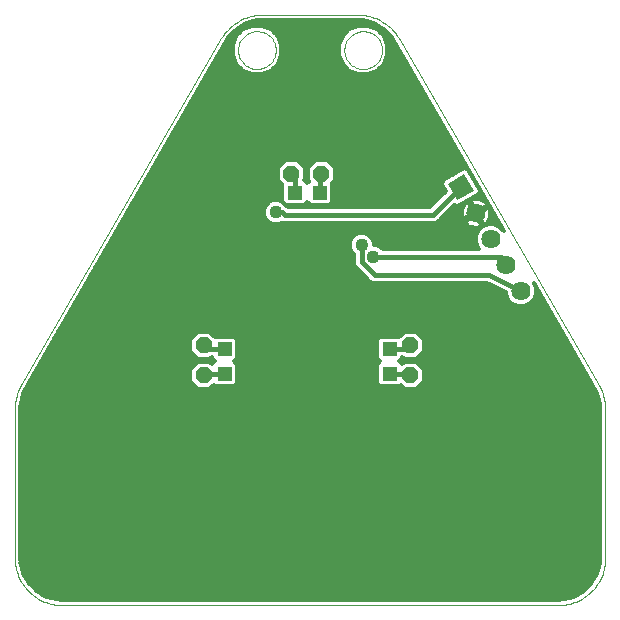
<source format=gtl>
G75*
G70*
%OFA0B0*%
%FSLAX24Y24*%
%IPPOS*%
%LPD*%
%AMOC8*
5,1,8,0,0,1.08239X$1,22.5*
%
%ADD10C,0.0000*%
%ADD11OC8,0.0560*%
%ADD12R,0.0640X0.0640*%
%ADD13C,0.0640*%
%ADD14R,0.0472X0.0472*%
%ADD15C,0.0120*%
%ADD16C,0.0160*%
%ADD17C,0.0436*%
D10*
X001736Y000161D02*
X018271Y000161D01*
X018348Y000163D01*
X018425Y000169D01*
X018502Y000178D01*
X018578Y000191D01*
X018654Y000208D01*
X018728Y000229D01*
X018802Y000253D01*
X018874Y000281D01*
X018944Y000312D01*
X019013Y000347D01*
X019081Y000385D01*
X019146Y000426D01*
X019209Y000471D01*
X019270Y000519D01*
X019329Y000569D01*
X019385Y000622D01*
X019438Y000678D01*
X019488Y000737D01*
X019536Y000798D01*
X019581Y000861D01*
X019622Y000926D01*
X019660Y000994D01*
X019695Y001063D01*
X019726Y001133D01*
X019754Y001205D01*
X019778Y001279D01*
X019799Y001353D01*
X019816Y001429D01*
X019829Y001505D01*
X019838Y001582D01*
X019844Y001659D01*
X019846Y001736D01*
X019846Y006703D01*
X019635Y007491D02*
X012956Y019059D01*
X011145Y018665D02*
X011147Y018715D01*
X011153Y018765D01*
X011163Y018814D01*
X011177Y018862D01*
X011194Y018909D01*
X011215Y018954D01*
X011240Y018998D01*
X011268Y019039D01*
X011300Y019078D01*
X011334Y019115D01*
X011371Y019149D01*
X011411Y019179D01*
X011453Y019206D01*
X011497Y019230D01*
X011543Y019251D01*
X011590Y019267D01*
X011638Y019280D01*
X011688Y019289D01*
X011737Y019294D01*
X011788Y019295D01*
X011838Y019292D01*
X011887Y019285D01*
X011936Y019274D01*
X011984Y019259D01*
X012030Y019241D01*
X012075Y019219D01*
X012118Y019193D01*
X012159Y019164D01*
X012198Y019132D01*
X012234Y019097D01*
X012266Y019059D01*
X012296Y019019D01*
X012323Y018976D01*
X012346Y018932D01*
X012365Y018886D01*
X012381Y018838D01*
X012393Y018789D01*
X012401Y018740D01*
X012405Y018690D01*
X012405Y018640D01*
X012401Y018590D01*
X012393Y018541D01*
X012381Y018492D01*
X012365Y018444D01*
X012346Y018398D01*
X012323Y018354D01*
X012296Y018311D01*
X012266Y018271D01*
X012234Y018233D01*
X012198Y018198D01*
X012159Y018166D01*
X012118Y018137D01*
X012075Y018111D01*
X012030Y018089D01*
X011984Y018071D01*
X011936Y018056D01*
X011887Y018045D01*
X011838Y018038D01*
X011788Y018035D01*
X011737Y018036D01*
X011688Y018041D01*
X011638Y018050D01*
X011590Y018063D01*
X011543Y018079D01*
X011497Y018100D01*
X011453Y018124D01*
X011411Y018151D01*
X011371Y018181D01*
X011334Y018215D01*
X011300Y018252D01*
X011268Y018291D01*
X011240Y018332D01*
X011215Y018376D01*
X011194Y018421D01*
X011177Y018468D01*
X011163Y018516D01*
X011153Y018565D01*
X011147Y018615D01*
X011145Y018665D01*
X011593Y019846D02*
X011672Y019844D01*
X011750Y019838D01*
X011828Y019828D01*
X011905Y019815D01*
X011982Y019797D01*
X012057Y019776D01*
X012132Y019751D01*
X012205Y019722D01*
X012276Y019690D01*
X012346Y019654D01*
X012414Y019615D01*
X012480Y019572D01*
X012544Y019526D01*
X012605Y019478D01*
X012664Y019426D01*
X012720Y019371D01*
X012774Y019313D01*
X012824Y019253D01*
X012872Y019190D01*
X012916Y019126D01*
X012957Y019059D01*
X011593Y019846D02*
X008415Y019846D01*
X007051Y019059D02*
X000372Y007491D01*
X000161Y006703D02*
X000161Y001736D01*
X000163Y001659D01*
X000169Y001582D01*
X000178Y001505D01*
X000191Y001429D01*
X000208Y001353D01*
X000229Y001279D01*
X000253Y001205D01*
X000281Y001133D01*
X000312Y001063D01*
X000347Y000994D01*
X000385Y000926D01*
X000426Y000861D01*
X000471Y000798D01*
X000519Y000737D01*
X000569Y000678D01*
X000622Y000622D01*
X000678Y000569D01*
X000737Y000519D01*
X000798Y000471D01*
X000861Y000426D01*
X000926Y000385D01*
X000994Y000347D01*
X001063Y000312D01*
X001133Y000281D01*
X001205Y000253D01*
X001279Y000229D01*
X001353Y000208D01*
X001429Y000191D01*
X001505Y000178D01*
X001582Y000169D01*
X001659Y000163D01*
X001736Y000161D01*
X000161Y006703D02*
X000163Y006778D01*
X000168Y006853D01*
X000177Y006927D01*
X000189Y007001D01*
X000205Y007074D01*
X000225Y007147D01*
X000248Y007218D01*
X000274Y007288D01*
X000303Y007357D01*
X000336Y007425D01*
X000372Y007491D01*
X007051Y019059D02*
X007092Y019126D01*
X007136Y019190D01*
X007184Y019253D01*
X007234Y019313D01*
X007288Y019371D01*
X007344Y019426D01*
X007403Y019478D01*
X007464Y019526D01*
X007528Y019572D01*
X007594Y019615D01*
X007662Y019654D01*
X007732Y019690D01*
X007803Y019722D01*
X007876Y019751D01*
X007951Y019776D01*
X008026Y019797D01*
X008103Y019815D01*
X008180Y019828D01*
X008258Y019838D01*
X008336Y019844D01*
X008415Y019846D01*
X007602Y018665D02*
X007604Y018715D01*
X007610Y018765D01*
X007620Y018814D01*
X007634Y018862D01*
X007651Y018909D01*
X007672Y018954D01*
X007697Y018998D01*
X007725Y019039D01*
X007757Y019078D01*
X007791Y019115D01*
X007828Y019149D01*
X007868Y019179D01*
X007910Y019206D01*
X007954Y019230D01*
X008000Y019251D01*
X008047Y019267D01*
X008095Y019280D01*
X008145Y019289D01*
X008194Y019294D01*
X008245Y019295D01*
X008295Y019292D01*
X008344Y019285D01*
X008393Y019274D01*
X008441Y019259D01*
X008487Y019241D01*
X008532Y019219D01*
X008575Y019193D01*
X008616Y019164D01*
X008655Y019132D01*
X008691Y019097D01*
X008723Y019059D01*
X008753Y019019D01*
X008780Y018976D01*
X008803Y018932D01*
X008822Y018886D01*
X008838Y018838D01*
X008850Y018789D01*
X008858Y018740D01*
X008862Y018690D01*
X008862Y018640D01*
X008858Y018590D01*
X008850Y018541D01*
X008838Y018492D01*
X008822Y018444D01*
X008803Y018398D01*
X008780Y018354D01*
X008753Y018311D01*
X008723Y018271D01*
X008691Y018233D01*
X008655Y018198D01*
X008616Y018166D01*
X008575Y018137D01*
X008532Y018111D01*
X008487Y018089D01*
X008441Y018071D01*
X008393Y018056D01*
X008344Y018045D01*
X008295Y018038D01*
X008245Y018035D01*
X008194Y018036D01*
X008145Y018041D01*
X008095Y018050D01*
X008047Y018063D01*
X008000Y018079D01*
X007954Y018100D01*
X007910Y018124D01*
X007868Y018151D01*
X007828Y018181D01*
X007791Y018215D01*
X007757Y018252D01*
X007725Y018291D01*
X007697Y018332D01*
X007672Y018376D01*
X007651Y018421D01*
X007634Y018468D01*
X007620Y018516D01*
X007610Y018565D01*
X007604Y018615D01*
X007602Y018665D01*
X019635Y007491D02*
X019671Y007425D01*
X019704Y007357D01*
X019733Y007288D01*
X019759Y007218D01*
X019782Y007147D01*
X019802Y007074D01*
X019818Y007001D01*
X019830Y006927D01*
X019839Y006853D01*
X019844Y006778D01*
X019846Y006703D01*
D11*
X013350Y007823D03*
X013350Y008823D03*
X006460Y008823D03*
X006460Y007823D03*
X009379Y014541D03*
X010379Y014541D03*
D12*
G36*
X014915Y013652D02*
X014595Y014206D01*
X015149Y014526D01*
X015469Y013972D01*
X014915Y013652D01*
G37*
D13*
X015532Y013223D03*
X016032Y012357D03*
X016532Y011491D03*
X017032Y010625D03*
D14*
X012661Y008700D03*
X012661Y007873D03*
X007161Y007873D03*
X007161Y008700D03*
X009498Y013911D03*
X010325Y013911D03*
D15*
X019245Y000754D02*
X000762Y000754D01*
X000644Y000873D02*
X019364Y000873D01*
X019378Y000887D02*
X019121Y000629D01*
X018805Y000447D01*
X018454Y000353D01*
X018271Y000341D01*
X001736Y000341D01*
X001554Y000353D01*
X001202Y000447D01*
X000887Y000629D01*
X000887Y000629D01*
X000629Y000887D01*
X000447Y001202D01*
X000353Y001554D01*
X000341Y001736D01*
X000341Y001811D01*
X000341Y006629D01*
X000341Y006703D01*
X000353Y006885D01*
X000447Y007237D01*
X000528Y007401D01*
X000565Y007465D01*
X000565Y007465D01*
X007170Y018904D01*
X007207Y018969D01*
X007308Y019121D01*
X007566Y019378D01*
X007881Y019560D01*
X008233Y019654D01*
X008415Y019666D01*
X008489Y019666D01*
X011518Y019666D01*
X011593Y019666D01*
X011775Y019654D01*
X012126Y019560D01*
X012442Y019378D01*
X012699Y019121D01*
X012801Y018969D01*
X012838Y018904D01*
X016452Y012645D01*
X016316Y012781D01*
X016132Y012857D01*
X015933Y012857D01*
X015749Y012781D01*
X015608Y012640D01*
X015532Y012457D01*
X015532Y012258D01*
X015608Y012074D01*
X015647Y012035D01*
X012419Y012035D01*
X012341Y012113D01*
X012195Y012174D01*
X012120Y012174D01*
X012120Y012248D01*
X012060Y012395D01*
X011948Y012507D01*
X011801Y012567D01*
X011643Y012567D01*
X011497Y012507D01*
X011385Y012395D01*
X011324Y012248D01*
X011324Y012090D01*
X011385Y011944D01*
X011462Y011866D01*
X011462Y011652D01*
X011462Y011549D01*
X011502Y011453D01*
X011941Y011014D01*
X012014Y010941D01*
X012110Y010901D01*
X015916Y010901D01*
X016532Y010588D01*
X016532Y010526D01*
X016608Y010342D01*
X016749Y010201D01*
X016933Y010125D01*
X017132Y010125D01*
X017316Y010201D01*
X017456Y010342D01*
X017532Y010526D01*
X017532Y010724D01*
X017461Y010897D01*
X019442Y007465D01*
X019479Y007401D01*
X019560Y007237D01*
X019654Y006885D01*
X019666Y006703D01*
X019666Y006629D01*
X019666Y001811D01*
X019666Y001736D01*
X019654Y001554D01*
X019560Y001202D01*
X019378Y000887D01*
X019438Y000991D02*
X000569Y000991D01*
X000501Y001110D02*
X019507Y001110D01*
X019567Y001228D02*
X000440Y001228D01*
X000409Y001347D02*
X019599Y001347D01*
X019631Y001465D02*
X000377Y001465D01*
X000351Y001584D02*
X019656Y001584D01*
X019664Y001702D02*
X000343Y001702D01*
X000341Y001821D02*
X019666Y001821D01*
X019666Y001939D02*
X000341Y001939D01*
X000341Y002058D02*
X019666Y002058D01*
X019666Y002176D02*
X000341Y002176D01*
X000341Y002295D02*
X019666Y002295D01*
X019666Y002414D02*
X000341Y002414D01*
X000341Y002532D02*
X019666Y002532D01*
X019666Y002651D02*
X000341Y002651D01*
X000341Y002769D02*
X019666Y002769D01*
X019666Y002888D02*
X000341Y002888D01*
X000341Y003006D02*
X019666Y003006D01*
X019666Y003125D02*
X000341Y003125D01*
X000341Y003243D02*
X019666Y003243D01*
X019666Y003362D02*
X000341Y003362D01*
X000341Y003480D02*
X019666Y003480D01*
X019666Y003599D02*
X000341Y003599D01*
X000341Y003718D02*
X019666Y003718D01*
X019666Y003836D02*
X000341Y003836D01*
X000341Y003955D02*
X019666Y003955D01*
X019666Y004073D02*
X000341Y004073D01*
X000341Y004192D02*
X019666Y004192D01*
X019666Y004310D02*
X000341Y004310D01*
X000341Y004429D02*
X019666Y004429D01*
X019666Y004547D02*
X000341Y004547D01*
X000341Y004666D02*
X019666Y004666D01*
X019666Y004784D02*
X000341Y004784D01*
X000341Y004903D02*
X019666Y004903D01*
X019666Y005022D02*
X000341Y005022D01*
X000341Y005140D02*
X019666Y005140D01*
X019666Y005259D02*
X000341Y005259D01*
X000341Y005377D02*
X019666Y005377D01*
X019666Y005496D02*
X000341Y005496D01*
X000341Y005614D02*
X019666Y005614D01*
X019666Y005733D02*
X000341Y005733D01*
X000341Y005851D02*
X019666Y005851D01*
X019666Y005970D02*
X000341Y005970D01*
X000341Y006088D02*
X019666Y006088D01*
X019666Y006207D02*
X000341Y006207D01*
X000341Y006326D02*
X019666Y006326D01*
X019666Y006444D02*
X000341Y006444D01*
X000341Y006563D02*
X019666Y006563D01*
X019666Y006681D02*
X000341Y006681D01*
X000348Y006800D02*
X019660Y006800D01*
X019646Y006918D02*
X000362Y006918D01*
X000394Y007037D02*
X019614Y007037D01*
X019582Y007155D02*
X000425Y007155D01*
X000466Y007274D02*
X019542Y007274D01*
X019484Y007392D02*
X013570Y007392D01*
X013541Y007363D02*
X013810Y007632D01*
X013810Y008013D01*
X013541Y008283D01*
X013160Y008283D01*
X013069Y008192D01*
X012975Y008286D01*
X013077Y008389D01*
X013077Y008440D01*
X013083Y008440D01*
X013160Y008363D01*
X013541Y008363D01*
X013810Y008632D01*
X013810Y009013D01*
X013541Y009283D01*
X013160Y009283D01*
X012982Y009105D01*
X012972Y009116D01*
X012350Y009116D01*
X012245Y009010D01*
X012245Y008389D01*
X012348Y008286D01*
X012245Y008184D01*
X012245Y007562D01*
X012350Y007457D01*
X012972Y007457D01*
X013019Y007504D01*
X013160Y007363D01*
X013541Y007363D01*
X013689Y007511D02*
X019416Y007511D01*
X019442Y007465D02*
X019442Y007465D01*
X019347Y007629D02*
X013808Y007629D01*
X013810Y007748D02*
X019279Y007748D01*
X019210Y007867D02*
X013810Y007867D01*
X013810Y007985D02*
X019142Y007985D01*
X019074Y008104D02*
X013720Y008104D01*
X013601Y008222D02*
X019005Y008222D01*
X018937Y008341D02*
X013029Y008341D01*
X013039Y008222D02*
X013099Y008222D01*
X013637Y008459D02*
X018868Y008459D01*
X018800Y008578D02*
X013756Y008578D01*
X013810Y008696D02*
X018731Y008696D01*
X018663Y008815D02*
X013810Y008815D01*
X013810Y008933D02*
X018594Y008933D01*
X018526Y009052D02*
X013771Y009052D01*
X013653Y009171D02*
X018458Y009171D01*
X018389Y009289D02*
X001618Y009289D01*
X001550Y009171D02*
X006158Y009171D01*
X006270Y009283D02*
X006000Y009013D01*
X006000Y008632D01*
X006270Y008363D01*
X006651Y008363D01*
X006728Y008440D01*
X006745Y008440D01*
X006745Y008389D01*
X006848Y008286D01*
X006748Y008186D01*
X006651Y008283D01*
X006270Y008283D01*
X006000Y008013D01*
X006000Y007632D01*
X006270Y007363D01*
X006651Y007363D01*
X006798Y007509D01*
X006850Y007457D01*
X007472Y007457D01*
X007577Y007562D01*
X007577Y008184D01*
X007475Y008286D01*
X007577Y008389D01*
X007577Y009010D01*
X007472Y009116D01*
X006850Y009116D01*
X006834Y009099D01*
X006651Y009283D01*
X006270Y009283D01*
X006039Y009052D02*
X001481Y009052D01*
X001413Y008933D02*
X006000Y008933D01*
X006000Y008815D02*
X001345Y008815D01*
X001276Y008696D02*
X006000Y008696D01*
X006055Y008578D02*
X001208Y008578D01*
X001139Y008459D02*
X006173Y008459D01*
X006209Y008222D02*
X001002Y008222D01*
X000934Y008104D02*
X006091Y008104D01*
X006000Y007985D02*
X000865Y007985D01*
X000797Y007867D02*
X006000Y007867D01*
X006000Y007748D02*
X000729Y007748D01*
X000660Y007629D02*
X006003Y007629D01*
X006122Y007511D02*
X000592Y007511D01*
X000524Y007392D02*
X006240Y007392D01*
X006681Y007392D02*
X013130Y007392D01*
X012296Y007511D02*
X007526Y007511D01*
X007577Y007629D02*
X012245Y007629D01*
X012245Y007748D02*
X007577Y007748D01*
X007577Y007867D02*
X012245Y007867D01*
X012245Y007985D02*
X007577Y007985D01*
X007577Y008104D02*
X012245Y008104D01*
X012284Y008222D02*
X007539Y008222D01*
X007529Y008341D02*
X012293Y008341D01*
X012245Y008459D02*
X007577Y008459D01*
X007577Y008578D02*
X012245Y008578D01*
X012245Y008696D02*
X007577Y008696D01*
X007577Y008815D02*
X012245Y008815D01*
X012245Y008933D02*
X007577Y008933D01*
X007536Y009052D02*
X012287Y009052D01*
X013048Y009171D02*
X006763Y009171D01*
X006793Y008341D02*
X001071Y008341D01*
X001687Y009408D02*
X018321Y009408D01*
X018252Y009526D02*
X001755Y009526D01*
X001824Y009645D02*
X018184Y009645D01*
X018115Y009763D02*
X001892Y009763D01*
X001961Y009882D02*
X018047Y009882D01*
X017979Y010000D02*
X002029Y010000D01*
X002097Y010119D02*
X017910Y010119D01*
X017842Y010237D02*
X017352Y010237D01*
X017462Y010356D02*
X017773Y010356D01*
X017705Y010475D02*
X017511Y010475D01*
X017532Y010593D02*
X017636Y010593D01*
X017568Y010712D02*
X017532Y010712D01*
X017499Y010830D02*
X017489Y010830D01*
X016713Y010237D02*
X002166Y010237D01*
X002234Y010356D02*
X016603Y010356D01*
X016553Y010475D02*
X002303Y010475D01*
X002371Y010593D02*
X016522Y010593D01*
X016289Y010712D02*
X002440Y010712D01*
X002508Y010830D02*
X016056Y010830D01*
X015583Y012134D02*
X012290Y012134D01*
X012119Y012253D02*
X015534Y012253D01*
X015532Y012371D02*
X012069Y012371D01*
X011965Y012490D02*
X015546Y012490D01*
X015595Y012608D02*
X003535Y012608D01*
X003466Y012490D02*
X011480Y012490D01*
X011375Y012371D02*
X003398Y012371D01*
X003329Y012253D02*
X011326Y012253D01*
X011324Y012134D02*
X003261Y012134D01*
X003192Y012016D02*
X011355Y012016D01*
X011431Y011897D02*
X003124Y011897D01*
X003056Y011779D02*
X011462Y011779D01*
X011462Y011660D02*
X002987Y011660D01*
X002919Y011541D02*
X011465Y011541D01*
X011532Y011423D02*
X002850Y011423D01*
X002782Y011304D02*
X011650Y011304D01*
X011769Y011186D02*
X002713Y011186D01*
X002645Y011067D02*
X011888Y011067D01*
X011941Y011014D02*
X011941Y011014D01*
X012006Y010949D02*
X002576Y010949D01*
X003603Y012727D02*
X015695Y012727D01*
X015717Y012778D02*
X015645Y012755D01*
X015570Y012743D01*
X015495Y012743D01*
X015420Y012755D01*
X015348Y012778D01*
X015281Y012813D01*
X015220Y012857D01*
X015166Y012910D01*
X015138Y012949D01*
X015517Y013168D01*
X015477Y013238D01*
X015258Y013617D01*
X015220Y013589D01*
X015166Y013536D01*
X015122Y013475D01*
X015087Y013407D01*
X015064Y013336D01*
X015052Y013261D01*
X015052Y013185D01*
X015064Y013111D01*
X015087Y013039D01*
X015098Y013019D01*
X015477Y013238D01*
X015547Y013278D01*
X015927Y013497D01*
X015898Y013536D01*
X015845Y013589D01*
X015784Y013634D01*
X015717Y013668D01*
X015645Y013691D01*
X015570Y013703D01*
X015495Y013703D01*
X015420Y013691D01*
X015348Y013668D01*
X015328Y013658D01*
X015547Y013278D01*
X015587Y013209D01*
X015967Y013428D01*
X015977Y013407D01*
X016000Y013336D01*
X016012Y013261D01*
X016012Y013185D01*
X016000Y013111D01*
X015977Y013039D01*
X015943Y012972D01*
X015898Y012910D01*
X015845Y012857D01*
X015806Y012829D01*
X015587Y013208D01*
X015518Y013168D01*
X015737Y012789D01*
X015717Y012778D01*
X015704Y012845D02*
X015797Y012845D01*
X015829Y012845D02*
X015905Y012845D01*
X015937Y012964D02*
X016267Y012964D01*
X016199Y013082D02*
X015991Y013082D01*
X016012Y013201D02*
X016131Y013201D01*
X016062Y013320D02*
X016003Y013320D01*
X015994Y013438D02*
X015825Y013438D01*
X015779Y013320D02*
X015619Y013320D01*
X015523Y013320D02*
X015430Y013320D01*
X015414Y013201D02*
X015499Y013201D01*
X015575Y013201D02*
X015591Y013201D01*
X015567Y013082D02*
X015660Y013082D01*
X015636Y012964D02*
X015728Y012964D01*
X015369Y013082D02*
X015209Y013082D01*
X015163Y012964D02*
X014275Y012964D01*
X014252Y012941D02*
X014806Y013495D01*
X014941Y013459D01*
X015624Y013853D01*
X015663Y013997D01*
X015268Y014681D01*
X015124Y014719D01*
X014441Y014325D01*
X014402Y014181D01*
X014532Y013956D01*
X013997Y013421D01*
X009269Y013421D01*
X009210Y013480D01*
X009192Y013487D01*
X009083Y013597D01*
X008936Y013658D01*
X008778Y013658D01*
X008632Y013597D01*
X008520Y013485D01*
X008459Y013339D01*
X008459Y013180D01*
X008520Y013034D01*
X008632Y012922D01*
X008778Y012862D01*
X008936Y012862D01*
X009071Y012917D01*
X009110Y012901D01*
X014053Y012901D01*
X014156Y012901D01*
X014252Y012941D01*
X014393Y013082D02*
X015073Y013082D01*
X015052Y013201D02*
X014512Y013201D01*
X014630Y013320D02*
X015062Y013320D01*
X015103Y013438D02*
X014749Y013438D01*
X014369Y013794D02*
X010741Y013794D01*
X010741Y013912D02*
X014488Y013912D01*
X014489Y014031D02*
X010741Y014031D01*
X010741Y014149D02*
X014420Y014149D01*
X014425Y014268D02*
X010756Y014268D01*
X010726Y014237D02*
X010839Y014350D01*
X010839Y014731D01*
X010569Y015001D01*
X010188Y015001D01*
X009919Y014731D01*
X009919Y014350D01*
X009978Y014291D01*
X009911Y014225D01*
X009812Y014324D01*
X009839Y014350D01*
X009839Y014731D01*
X009569Y015001D01*
X009188Y015001D01*
X008919Y014731D01*
X008919Y014350D01*
X009082Y014187D01*
X009082Y013600D01*
X009187Y013495D01*
X009809Y013495D01*
X009911Y013598D01*
X010014Y013495D01*
X010635Y013495D01*
X010741Y013600D01*
X010741Y014222D01*
X010726Y014237D01*
X010839Y014386D02*
X014547Y014386D01*
X014753Y014505D02*
X010839Y014505D01*
X010839Y014624D02*
X014958Y014624D01*
X015241Y014742D02*
X010828Y014742D01*
X010709Y014861D02*
X015172Y014861D01*
X015104Y014979D02*
X010591Y014979D01*
X010167Y014979D02*
X009591Y014979D01*
X009709Y014861D02*
X010048Y014861D01*
X009930Y014742D02*
X009828Y014742D01*
X009839Y014624D02*
X009919Y014624D01*
X009919Y014505D02*
X009839Y014505D01*
X009839Y014386D02*
X009919Y014386D01*
X009954Y014268D02*
X009868Y014268D01*
X009082Y014149D02*
X004424Y014149D01*
X004356Y014031D02*
X009082Y014031D01*
X009082Y013912D02*
X004288Y013912D01*
X004219Y013794D02*
X009082Y013794D01*
X009082Y013675D02*
X004151Y013675D01*
X004082Y013557D02*
X008591Y013557D01*
X008500Y013438D02*
X004014Y013438D01*
X003945Y013320D02*
X008459Y013320D01*
X008459Y013201D02*
X003877Y013201D01*
X003808Y013082D02*
X008500Y013082D01*
X008590Y012964D02*
X003740Y012964D01*
X003672Y012845D02*
X015236Y012845D01*
X015362Y013438D02*
X015454Y013438D01*
X015386Y013557D02*
X015294Y013557D01*
X015187Y013557D02*
X015110Y013557D01*
X015315Y013675D02*
X015370Y013675D01*
X015521Y013794D02*
X015788Y013794D01*
X015720Y013912D02*
X015640Y013912D01*
X015643Y014031D02*
X015652Y014031D01*
X015583Y014149D02*
X015575Y014149D01*
X015515Y014268D02*
X015506Y014268D01*
X015446Y014386D02*
X015438Y014386D01*
X015378Y014505D02*
X015370Y014505D01*
X015309Y014624D02*
X015301Y014624D01*
X015036Y015098D02*
X004972Y015098D01*
X005040Y015216D02*
X014967Y015216D01*
X014899Y015335D02*
X005109Y015335D01*
X005177Y015453D02*
X014830Y015453D01*
X014762Y015572D02*
X005246Y015572D01*
X005314Y015690D02*
X014693Y015690D01*
X014625Y015809D02*
X005383Y015809D01*
X005451Y015928D02*
X014556Y015928D01*
X014488Y016046D02*
X005519Y016046D01*
X005588Y016165D02*
X014420Y016165D01*
X014351Y016283D02*
X005656Y016283D01*
X005725Y016402D02*
X014283Y016402D01*
X014214Y016520D02*
X005793Y016520D01*
X005862Y016639D02*
X014146Y016639D01*
X014077Y016757D02*
X005930Y016757D01*
X005999Y016876D02*
X014009Y016876D01*
X013941Y016994D02*
X006067Y016994D01*
X006135Y017113D02*
X013872Y017113D01*
X013804Y017231D02*
X006204Y017231D01*
X006272Y017350D02*
X013735Y017350D01*
X013667Y017469D02*
X006341Y017469D01*
X006409Y017587D02*
X013598Y017587D01*
X013530Y017706D02*
X006478Y017706D01*
X006546Y017824D02*
X013461Y017824D01*
X013393Y017943D02*
X012148Y017943D01*
X012234Y017979D02*
X011937Y017855D01*
X011614Y017855D01*
X011317Y017979D01*
X011089Y018206D01*
X010966Y018504D01*
X010966Y018826D01*
X011089Y019124D01*
X011317Y019352D01*
X011614Y019475D01*
X011937Y019475D01*
X012234Y019352D01*
X012462Y019124D01*
X012585Y018826D01*
X012585Y018504D01*
X012462Y018206D01*
X012234Y017979D01*
X012317Y018061D02*
X013325Y018061D01*
X013256Y018180D02*
X012435Y018180D01*
X012500Y018298D02*
X013188Y018298D01*
X013119Y018417D02*
X012549Y018417D01*
X012585Y018535D02*
X013051Y018535D01*
X012982Y018654D02*
X012585Y018654D01*
X012585Y018773D02*
X012914Y018773D01*
X012845Y018891D02*
X012559Y018891D01*
X012509Y019010D02*
X012773Y019010D01*
X012838Y018904D02*
X012838Y018904D01*
X012692Y019128D02*
X012458Y019128D01*
X012573Y019247D02*
X012339Y019247D01*
X012454Y019365D02*
X012202Y019365D01*
X012259Y019484D02*
X007749Y019484D01*
X007806Y019365D02*
X007553Y019365D01*
X007668Y019247D02*
X007434Y019247D01*
X007550Y019128D02*
X007316Y019128D01*
X007234Y019010D02*
X007498Y019010D01*
X007546Y019124D02*
X007422Y018826D01*
X007422Y018504D01*
X007546Y018206D01*
X007773Y017979D01*
X008071Y017855D01*
X008393Y017855D01*
X008691Y017979D01*
X008919Y018206D01*
X009042Y018504D01*
X009042Y018826D01*
X008919Y019124D01*
X008691Y019352D01*
X008393Y019475D01*
X008071Y019475D01*
X007773Y019352D01*
X007546Y019124D01*
X007449Y018891D02*
X007162Y018891D01*
X007170Y018904D02*
X007170Y018904D01*
X007094Y018773D02*
X007422Y018773D01*
X007422Y018654D02*
X007025Y018654D01*
X006957Y018535D02*
X007422Y018535D01*
X007458Y018417D02*
X006888Y018417D01*
X006820Y018298D02*
X007507Y018298D01*
X007572Y018180D02*
X006751Y018180D01*
X006683Y018061D02*
X007691Y018061D01*
X007860Y017943D02*
X006614Y017943D01*
X008604Y017943D02*
X011403Y017943D01*
X011234Y018061D02*
X008774Y018061D01*
X008892Y018180D02*
X011115Y018180D01*
X011051Y018298D02*
X008957Y018298D01*
X009006Y018417D02*
X011002Y018417D01*
X010966Y018535D02*
X009042Y018535D01*
X009042Y018654D02*
X010966Y018654D01*
X010966Y018773D02*
X009042Y018773D01*
X009015Y018891D02*
X010992Y018891D01*
X011041Y019010D02*
X008966Y019010D01*
X008914Y019128D02*
X011093Y019128D01*
X011212Y019247D02*
X008796Y019247D01*
X008658Y019365D02*
X011349Y019365D01*
X011969Y019602D02*
X008039Y019602D01*
X009167Y014979D02*
X004903Y014979D01*
X004835Y014861D02*
X009048Y014861D01*
X008930Y014742D02*
X004767Y014742D01*
X004698Y014624D02*
X008919Y014624D01*
X008919Y014505D02*
X004630Y014505D01*
X004561Y014386D02*
X008919Y014386D01*
X009001Y014268D02*
X004493Y014268D01*
X009123Y013557D02*
X009125Y013557D01*
X009252Y013438D02*
X014014Y013438D01*
X014132Y013557D02*
X010697Y013557D01*
X010741Y013675D02*
X014251Y013675D01*
X015694Y013675D02*
X015857Y013675D01*
X015878Y013557D02*
X015925Y013557D01*
X016160Y012845D02*
X016336Y012845D01*
X016370Y012727D02*
X016404Y012727D01*
X009952Y013557D02*
X009870Y013557D01*
X006784Y008222D02*
X006711Y008222D01*
X000881Y000635D02*
X019127Y000635D01*
X018926Y000517D02*
X001082Y000517D01*
X001385Y000398D02*
X018622Y000398D01*
D16*
X013350Y007823D02*
X013300Y007873D01*
X012661Y007873D01*
X012661Y008700D02*
X013227Y008700D01*
X013350Y008823D01*
X012161Y011161D02*
X015978Y011161D01*
X017032Y010625D01*
X016532Y011491D02*
X016364Y011775D01*
X012116Y011775D01*
X011722Y011600D02*
X012161Y011161D01*
X011722Y011600D02*
X011722Y012169D01*
X014104Y013161D02*
X015032Y014089D01*
X014104Y013161D02*
X009161Y013161D01*
X009063Y013260D01*
X008857Y013260D01*
X009498Y013911D02*
X009498Y014422D01*
X009379Y014541D01*
X010325Y014487D02*
X010325Y013911D01*
X010325Y014487D02*
X010379Y014541D01*
X006460Y008823D02*
X006584Y008700D01*
X007161Y008700D01*
X007161Y007873D02*
X006511Y007873D01*
X006460Y007823D01*
D17*
X012116Y011775D03*
X011722Y012169D03*
X008857Y013260D03*
M02*

</source>
